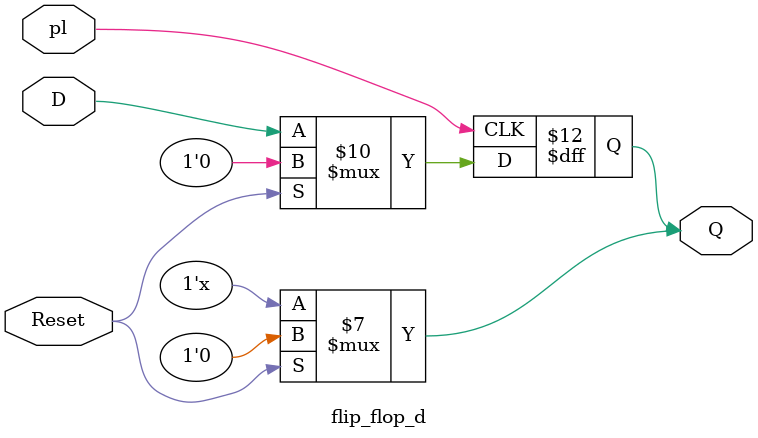
<source format=v>
`timescale 1ns / 1ps
module flip_flop_d(Q, D, pl,Reset);

    output  reg  Q=0;

  //  output   Qbar; 

    input   D, pl, Reset; 

  //  assign Qbar = ~Q; 


always @(posedge pl) 
  //if (pl==1)

    begin 

     if (Reset == 1) //If not at reset 

      Q = 0;

     else 

      Q = D;

    end 
always @(*) 	
    
if (Reset == 1) //If not at reset 
           begin 
      Q = 0;
   end


    endmodule

</source>
